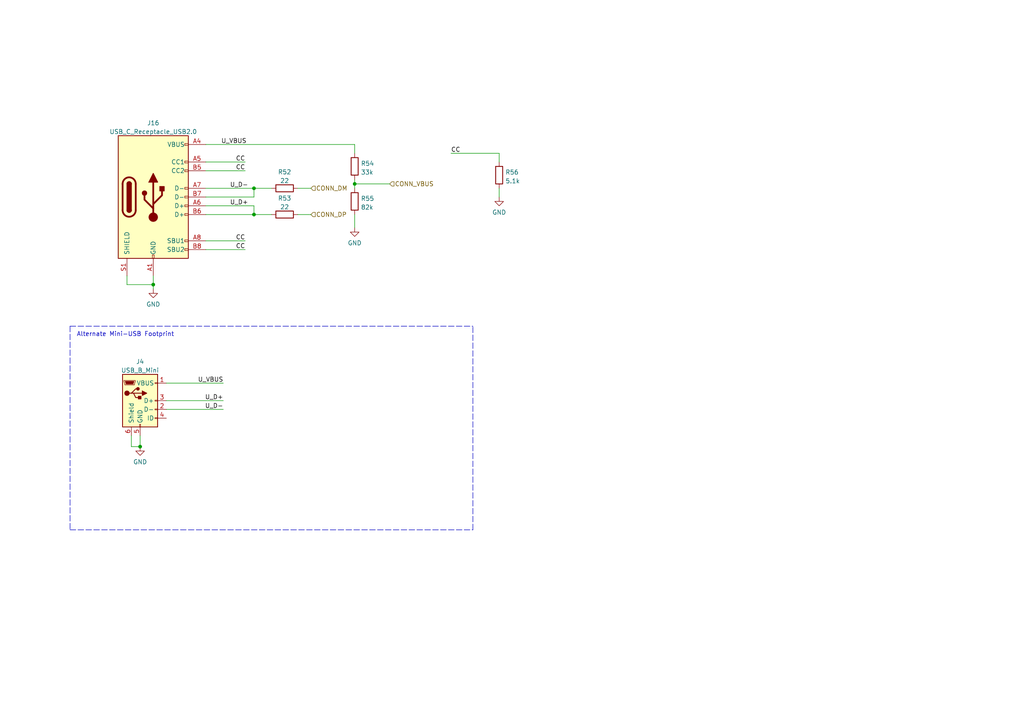
<source format=kicad_sch>
(kicad_sch (version 20211123) (generator eeschema)
  (paper "A4")
  (lib_symbols
    (symbol "Connector:USB_B_Mini" (pin_names (offset 1.016))
      (property "Reference" "J" (at -5.08 11.43 0))
      (property "Value" "USB_B_Mini" (at -5.08 8.89 0))
      (symbol "USB_B_Mini_0_1"
        (rectangle (start -5.08 -7.62) (end 5.08 7.62) (stroke (width 0.254)) (fill (type background)))
        (circle (center -3.81 2.159) (radius 0.635) (stroke (width 0.254)) (fill (type outline)))
        (circle (center -0.635 3.429) (radius 0.381) (stroke (width 0.254)) (fill (type outline)))
        (rectangle (start -0.127 -7.62) (end 0.127 -6.858))
        (polyline (pts (xy -1.905 2.159) (xy 0.635 2.159)) (stroke (width 0.254)))
        (polyline (pts (xy -3.175 2.159) (xy -2.54 2.159) (xy -1.27 3.429) (xy -0.635 3.429)) (stroke (width 0.254)))
        (polyline (pts (xy -2.54 2.159) (xy -1.905 2.159) (xy -1.27 0.889) (xy 0 0.889)) (stroke (width 0.254)))
        (polyline (pts (xy 0.635 2.794) (xy 0.635 1.524) (xy 1.905 2.159) (xy 0.635 2.794)) (stroke (width 0.254)) (fill (type outline)))
        (polyline (pts (xy -4.318 5.588) (xy -1.778 5.588) (xy -2.032 4.826) (xy -4.064 4.826) (xy -4.318 5.588)) (fill (type outline)))
        (polyline (pts (xy -4.699 5.842) (xy -4.699 5.588) (xy -4.445 4.826) (xy -4.445 4.572) (xy -1.651 4.572) (xy -1.651 4.826) (xy -1.397 5.588) (xy -1.397 5.842) (xy -4.699 5.842)))
        (rectangle (start 0.254 1.27) (end -0.508 0.508) (stroke (width 0.254)) (fill (type outline)))
        (rectangle (start 5.08 -5.207) (end 4.318 -4.953))
        (rectangle (start 5.08 -2.667) (end 4.318 -2.413))
        (rectangle (start 5.08 -0.127) (end 4.318 0.127))
        (rectangle (start 5.08 4.953) (end 4.318 5.207))
      )
      (symbol "USB_B_Mini_1_1"
        (pin power_out line (at 7.62 5.08 180) (length 2.54) (name "VBUS") (number "1"))
        (pin bidirectional line (at 7.62 -2.54 180) (length 2.54) (name "D-") (number "2"))
        (pin bidirectional line (at 7.62 0 180) (length 2.54) (name "D+") (number "3"))
        (pin passive line (at 7.62 -5.08 180) (length 2.54) (name "ID") (number "4"))
        (pin power_out line (at 0 -10.16 90) (length 2.54) (name "GND") (number "5"))
        (pin passive line (at -2.54 -10.16 90) (length 2.54) (name "Shield") (number "6"))
      )
    )
    (symbol "Connector:USB_C_Receptacle_USB2.0" (pin_names (offset 1.016))
      (property "Reference" "J" (at -10.16 19.05 0))
      (property "Value" "USB_C_Receptacle_USB2.0" (at 19.05 19.05 0))
      (symbol "USB_C_Receptacle_USB2.0_0_0"
        (rectangle (start -0.254 -17.78) (end 0.254 -16.764))
        (rectangle (start 10.16 -14.986) (end 9.144 -15.494))
        (rectangle (start 10.16 -12.446) (end 9.144 -12.954))
        (rectangle (start 10.16 -4.826) (end 9.144 -5.334))
        (rectangle (start 10.16 -2.286) (end 9.144 -2.794))
        (rectangle (start 10.16 0.254) (end 9.144 -0.254))
        (rectangle (start 10.16 2.794) (end 9.144 2.286))
        (rectangle (start 10.16 7.874) (end 9.144 7.366))
        (rectangle (start 10.16 10.414) (end 9.144 9.906))
        (rectangle (start 10.16 15.494) (end 9.144 14.986))
      )
      (symbol "USB_C_Receptacle_USB2.0_0_1"
        (rectangle (start -10.16 17.78) (end 10.16 -17.78) (stroke (width 0.254)) (fill (type background)))
        (arc (start -8.89 -3.81) (mid -6.985 -5.715) (end -5.08 -3.81) (stroke (width 0.508)))
        (arc (start -7.62 -3.81) (mid -6.985 -4.445) (end -6.35 -3.81) (stroke (width 0.254)))
        (arc (start -7.62 -3.81) (mid -6.985 -4.445) (end -6.35 -3.81) (stroke (width 0.254)) (fill (type outline)))
        (rectangle (start -7.62 -3.81) (end -6.35 3.81) (stroke (width 0.254)) (fill (type outline)))
        (arc (start -6.35 3.81) (mid -6.985 4.445) (end -7.62 3.81) (stroke (width 0.254)))
        (arc (start -6.35 3.81) (mid -6.985 4.445) (end -7.62 3.81) (stroke (width 0.254)) (fill (type outline)))
        (arc (start -5.08 3.81) (mid -6.985 5.715) (end -8.89 3.81) (stroke (width 0.508)))
        (circle (center -2.54 1.143) (radius 0.635) (stroke (width 0.254)) (fill (type outline)))
        (circle (center 0 -5.842) (radius 1.27) (fill (type outline)))
        (polyline (pts (xy -8.89 -3.81) (xy -8.89 3.81)) (stroke (width 0.508)))
        (polyline (pts (xy -5.08 3.81) (xy -5.08 -3.81)) (stroke (width 0.508)))
        (polyline (pts (xy 0 -5.842) (xy 0 4.318)) (stroke (width 0.508)))
        (polyline (pts (xy 0 -3.302) (xy -2.54 -0.762) (xy -2.54 0.508)) (stroke (width 0.508)))
        (polyline (pts (xy 0 -2.032) (xy 2.54 0.508) (xy 2.54 1.778)) (stroke (width 0.508)))
        (polyline (pts (xy -1.27 4.318) (xy 0 6.858) (xy 1.27 4.318) (xy -1.27 4.318)) (stroke (width 0.254)) (fill (type outline)))
        (rectangle (start 1.905 1.778) (end 3.175 3.048) (stroke (width 0.254)) (fill (type outline)))
      )
      (symbol "USB_C_Receptacle_USB2.0_1_1"
        (pin passive line (at 0 -22.86 90) (length 5.08) (name "GND") (number "A1"))
        (pin passive line (at 0 -22.86 90) (length 5.08) hide (name "GND") (number "A12"))
        (pin passive line (at 15.24 15.24 180) (length 5.08) (name "VBUS") (number "A4"))
        (pin bidirectional line (at 15.24 10.16 180) (length 5.08) (name "CC1") (number "A5"))
        (pin bidirectional line (at 15.24 -2.54 180) (length 5.08) (name "D+") (number "A6"))
        (pin bidirectional line (at 15.24 2.54 180) (length 5.08) (name "D-") (number "A7"))
        (pin bidirectional line (at 15.24 -12.7 180) (length 5.08) (name "SBU1") (number "A8"))
        (pin passive line (at 15.24 15.24 180) (length 5.08) hide (name "VBUS") (number "A9"))
        (pin passive line (at 0 -22.86 90) (length 5.08) hide (name "GND") (number "B1"))
        (pin passive line (at 0 -22.86 90) (length 5.08) hide (name "GND") (number "B12"))
        (pin passive line (at 15.24 15.24 180) (length 5.08) hide (name "VBUS") (number "B4"))
        (pin bidirectional line (at 15.24 7.62 180) (length 5.08) (name "CC2") (number "B5"))
        (pin bidirectional line (at 15.24 -5.08 180) (length 5.08) (name "D+") (number "B6"))
        (pin bidirectional line (at 15.24 0 180) (length 5.08) (name "D-") (number "B7"))
        (pin bidirectional line (at 15.24 -15.24 180) (length 5.08) (name "SBU2") (number "B8"))
        (pin passive line (at 15.24 15.24 180) (length 5.08) hide (name "VBUS") (number "B9"))
        (pin passive line (at -7.62 -22.86 90) (length 5.08) (name "SHIELD") (number "S1"))
      )
    )
    (symbol "Device:R" (pin_numbers hide) (pin_names (offset 0))
      (property "Reference" "R" (at 2.032 0 90))
      (property "Value" "R" (at 0 0 90))
      (symbol "R_0_1"
        (rectangle (start -1.016 -2.54) (end 1.016 2.54) (stroke (width 0.254)))
      )
      (symbol "R_1_1"
        (pin passive line (at 0 3.81 270) (length 1.27) (name "~") (number "1"))
        (pin passive line (at 0 -3.81 90) (length 1.27) (name "~") (number "2"))
      )
    )
    (symbol "power:GND" (power) (pin_names (offset 0))
      (property "Value" "GND" (at 0 -3.81 0))
      (symbol "GND_0_1"
        (polyline (pts (xy 0 0) (xy 0 -1.27) (xy 1.27 -1.27) (xy 0 -2.54) (xy -1.27 -1.27) (xy 0 -1.27)))
      )
      (symbol "GND_1_1"
        (pin power_in line (at 0 0 270) (length 0) hide (name "GND") (number "1"))
      )
    )
  )
  (junction (at 73.66 62.23))
  (junction (at 44.45 82.55))
  (junction (at 73.66 54.61))
  (junction (at 102.87 53.34))
  (junction (at 40.64 129.54))
  (wire (pts (xy 102.87 53.34) (xy 113.03 53.34)))
  (wire (pts (xy 59.69 62.23) (xy 73.66 62.23)))
  (wire (pts (xy 48.26 116.205) (xy 64.77 116.205)))
  (wire (pts (xy 38.1 126.365) (xy 38.1 129.54)))
  (wire (pts (xy 59.69 46.99) (xy 71.12 46.99)))
  (wire (pts (xy 44.45 82.55) (xy 44.45 83.82)))
  (wire (pts (xy 86.36 62.23) (xy 90.17 62.23)))
  (wire (pts (xy 86.36 54.61) (xy 90.17 54.61)))
  (wire (pts (xy 102.87 62.23) (xy 102.87 66.04)))
  (wire (pts (xy 36.83 82.55) (xy 44.45 82.55)))
  (polyline (pts (xy 20.32 94.615) (xy 20.32 153.67)))
  (wire (pts (xy 73.66 57.15) (xy 73.66 54.61)))
  (wire (pts (xy 59.69 72.39) (xy 71.12 72.39)))
  (wire (pts (xy 102.87 52.07) (xy 102.87 53.34)))
  (wire (pts (xy 36.83 80.01) (xy 36.83 82.55)))
  (wire (pts (xy 102.87 41.91) (xy 102.87 44.45)))
  (wire (pts (xy 102.87 53.34) (xy 102.87 54.61)))
  (wire (pts (xy 59.69 54.61) (xy 73.66 54.61)))
  (wire (pts (xy 48.26 111.125) (xy 64.77 111.125)))
  (wire (pts (xy 144.78 54.61) (xy 144.78 57.15)))
  (wire (pts (xy 59.69 59.69) (xy 73.66 59.69)))
  (polyline (pts (xy 137.16 153.67) (xy 137.16 94.615)))
  (wire (pts (xy 59.69 69.85) (xy 71.12 69.85)))
  (wire (pts (xy 73.66 59.69) (xy 73.66 62.23)))
  (wire (pts (xy 59.69 41.91) (xy 102.87 41.91)))
  (wire (pts (xy 59.69 49.53) (xy 71.12 49.53)))
  (wire (pts (xy 44.45 80.01) (xy 44.45 82.55)))
  (wire (pts (xy 38.1 129.54) (xy 40.64 129.54)))
  (wire (pts (xy 130.81 44.45) (xy 144.78 44.45)))
  (wire (pts (xy 48.26 118.745) (xy 64.77 118.745)))
  (wire (pts (xy 144.78 44.45) (xy 144.78 46.99)))
  (wire (pts (xy 73.66 54.61) (xy 78.74 54.61)))
  (polyline (pts (xy 20.32 94.615) (xy 137.16 94.615)))
  (polyline (pts (xy 20.32 153.67) (xy 137.16 153.67)))
  (wire (pts (xy 59.69 57.15) (xy 73.66 57.15)))
  (wire (pts (xy 40.64 129.54) (xy 40.64 126.365)))
  (wire (pts (xy 73.66 62.23) (xy 78.74 62.23)))
  (text "Alternate Mini-USB Footprint" (at 22.225 97.79 0) (effects (font (size 1.27 1.27)) (justify left bottom)))
  (label "U_D-" (at 64.77 118.745 180))
  (label "U_VBUS" (at 64.135 41.91 0))
  (label "CC" (at 71.12 46.99 180))
  (label "U_D-" (at 66.675 54.61 0))
  (label "U_D+" (at 66.675 59.69 0))
  (label "U_VBUS" (at 64.77 111.125 180))
  (label "CC" (at 130.81 44.45 0))
  (label "CC" (at 71.12 49.53 180))
  (label "CC" (at 71.12 72.39 180))
  (label "CC" (at 71.12 69.85 180))
  (label "U_D+" (at 64.77 116.205 180))
  (hierarchical_label "CONN_DP" (shape input) (at 90.17 62.23 0))
  (hierarchical_label "CONN_DM" (shape input) (at 90.17 54.61 0))
  (hierarchical_label "CONN_VBUS" (shape input) (at 113.03 53.34 0))
  (symbol (lib_id "Connector:USB_C_Receptacle_USB2.0") (at 44.45 57.15 0) (unit 1)
    (property "Reference" "J16" (at 44.45 35.6702 0))
    (property "Value" "USB_C_Receptacle_USB2.0" (at 44.45 38.2071 0))
    (property "Datasheet" "https://www.usb.org/sites/default/files/documents/usb_type-c.zip" (effects hide))
  )
  (symbol (lib_id "power:GND") (at 44.45 83.82 0) (unit 1)
    (property "Reference" "#PWR067" (effects hide))
    (property "Value" "GND" (at 44.45 88.2634 0))
  )
  (symbol (lib_id "Device:R") (at 102.87 58.42 0) (unit 1)
    (property "Reference" "R55" (at 104.648 57.5853 0) (effects (justify left)))
    (property "Value" "82k" (at 104.648 60.1222 0) (effects (justify left)))
    (property "Footprint" "Resistor_SMD:R_0603_1608Metric" (effects hide))
    (property "JLCPCB" "C103831" (effects hide))
  )
  (symbol (lib_id "Device:R") (at 144.78 50.8 0) (unit 1)
    (property "Reference" "R56" (at 146.558 49.9653 0) (effects (justify left)))
    (property "Value" "5.1k" (at 146.558 52.5022 0) (effects (justify left)))
    (property "Footprint" "Resistor_SMD:R_0603_1608Metric" (effects hide))
    (property "JLCPCB" "C23186" (effects hide))
  )
  (symbol (lib_id "power:GND") (at 102.87 66.04 0) (unit 1)
    (property "Reference" "#PWR068" (effects hide))
    (property "Value" "GND" (at 102.87 70.4834 0))
  )
  (symbol (lib_id "Device:R") (at 102.87 48.26 0) (unit 1)
    (property "Reference" "R54" (at 104.648 47.4253 0) (effects (justify left)))
    (property "Value" "33k" (at 104.648 49.9622 0) (effects (justify left)))
    (property "Footprint" "Resistor_SMD:R_0603_1608Metric" (effects hide))
    (property "JLCPCB" "C138282" (effects hide))
  )
  (symbol (lib_id "power:GND") (at 144.78 57.15 0) (unit 1)
    (property "Reference" "#PWR069" (effects hide))
    (property "Value" "GND" (at 144.78 61.5934 0))
  )
  (symbol (lib_id "Connector:USB_B_Mini") (at 40.64 116.205 0) (unit 1)
    (property "Reference" "J4" (at 40.64 104.8852 0))
    (property "Value" "USB_B_Mini" (at 40.64 107.4221 0))
  )
  (symbol (lib_id "Device:R") (at 82.55 54.61 90) (unit 1)
    (property "Reference" "R52" (at 82.55 49.8942 90))
    (property "Value" "22" (at 82.55 52.4311 90))
    (property "Footprint" "Resistor_SMD:R_0603_1608Metric" (effects hide))
    (property "JLCPCB" " C96423" (effects hide))
  )
  (symbol (lib_id "power:GND") (at 40.64 129.54 0) (unit 1)
    (property "Reference" "#PWR071" (effects hide))
    (property "Value" "GND" (at 40.64 133.9834 0))
  )
  (symbol (lib_id "Device:R") (at 82.55 62.23 90) (unit 1)
    (property "Reference" "R53" (at 82.55 57.5142 90))
    (property "Value" "22" (at 82.55 60.0511 90))
    (property "Footprint" "Resistor_SMD:R_0603_1608Metric" (effects hide))
    (property "JLCPCB" " C96423" (effects hide))
  )
)
</source>
